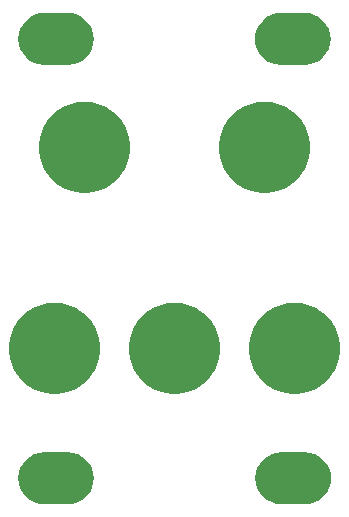
<source format=gbr>
G04 #@! TF.GenerationSoftware,KiCad,Pcbnew,(5.0.1)-4*
G04 #@! TF.CreationDate,2019-02-24T02:38:56+01:00*
G04 #@! TF.ProjectId,1U Rim Panel,31552052696D2050616E656C2E6B6963,rev?*
G04 #@! TF.SameCoordinates,Original*
G04 #@! TF.FileFunction,Soldermask,Top*
G04 #@! TF.FilePolarity,Negative*
%FSLAX46Y46*%
G04 Gerber Fmt 4.6, Leading zero omitted, Abs format (unit mm)*
G04 Created by KiCad (PCBNEW (5.0.1)-4) date 2/24/2019 2:38:56 AM*
%MOMM*%
%LPD*%
G01*
G04 APERTURE LIST*
%ADD10C,0.100000*%
G04 APERTURE END LIST*
D10*
G36*
X33346199Y-60623871D02*
X33758904Y-60749064D01*
X34139255Y-60952366D01*
X34472635Y-61225964D01*
X34746233Y-61559344D01*
X34949535Y-61939695D01*
X35074728Y-62352400D01*
X35117000Y-62781599D01*
X35117000Y-62781601D01*
X35074728Y-63210800D01*
X34949535Y-63623505D01*
X34746233Y-64003856D01*
X34472635Y-64337236D01*
X34139255Y-64610834D01*
X33758904Y-64814136D01*
X33346199Y-64939329D01*
X32917000Y-64981601D01*
X30917000Y-64981601D01*
X30487801Y-64939329D01*
X30075096Y-64814136D01*
X29694745Y-64610834D01*
X29361365Y-64337236D01*
X29087767Y-64003856D01*
X28884465Y-63623505D01*
X28759272Y-63210800D01*
X28717000Y-62781601D01*
X28717000Y-62781599D01*
X28759272Y-62352400D01*
X28884465Y-61939695D01*
X29087767Y-61559344D01*
X29361365Y-61225964D01*
X29694745Y-60952366D01*
X30075096Y-60749064D01*
X30487801Y-60623871D01*
X30917000Y-60581599D01*
X32917000Y-60581599D01*
X33346199Y-60623871D01*
X33346199Y-60623871D01*
G37*
G36*
X53426199Y-60623871D02*
X53838904Y-60749064D01*
X54219255Y-60952366D01*
X54552635Y-61225964D01*
X54826233Y-61559344D01*
X55029535Y-61939695D01*
X55154728Y-62352400D01*
X55197000Y-62781599D01*
X55197000Y-62781601D01*
X55154728Y-63210800D01*
X55029535Y-63623505D01*
X54826233Y-64003856D01*
X54552635Y-64337236D01*
X54219255Y-64610834D01*
X53838904Y-64814136D01*
X53426199Y-64939329D01*
X52997000Y-64981601D01*
X50997000Y-64981601D01*
X50567801Y-64939329D01*
X50155096Y-64814136D01*
X49774745Y-64610834D01*
X49441365Y-64337236D01*
X49167767Y-64003856D01*
X48964465Y-63623505D01*
X48839272Y-63210800D01*
X48797000Y-62781601D01*
X48797000Y-62781599D01*
X48839272Y-62352400D01*
X48964465Y-61939695D01*
X49167767Y-61559344D01*
X49441365Y-61225964D01*
X49774745Y-60952366D01*
X50155096Y-60749064D01*
X50567801Y-60623871D01*
X50997000Y-60581599D01*
X52997000Y-60581599D01*
X53426199Y-60623871D01*
X53426199Y-60623871D01*
G37*
G36*
X52656745Y-47973188D02*
X53214604Y-48084153D01*
X53915259Y-48374374D01*
X54545832Y-48795709D01*
X55082091Y-49331968D01*
X55503426Y-49962541D01*
X55793647Y-50663196D01*
X55941600Y-51407008D01*
X55941600Y-52165392D01*
X55793647Y-52909204D01*
X55503426Y-53609859D01*
X55082091Y-54240432D01*
X54545832Y-54776691D01*
X53915259Y-55198026D01*
X53214604Y-55488247D01*
X52656745Y-55599212D01*
X52470793Y-55636200D01*
X51712407Y-55636200D01*
X51526455Y-55599212D01*
X50968596Y-55488247D01*
X50267941Y-55198026D01*
X49637368Y-54776691D01*
X49101109Y-54240432D01*
X48679774Y-53609859D01*
X48389553Y-52909204D01*
X48241600Y-52165392D01*
X48241600Y-51407008D01*
X48389553Y-50663196D01*
X48679774Y-49962541D01*
X49101109Y-49331968D01*
X49637368Y-48795709D01*
X50267941Y-48374374D01*
X50968596Y-48084153D01*
X51526455Y-47973188D01*
X51712407Y-47936200D01*
X52470793Y-47936200D01*
X52656745Y-47973188D01*
X52656745Y-47973188D01*
G37*
G36*
X32336745Y-47973188D02*
X32894604Y-48084153D01*
X33595259Y-48374374D01*
X34225832Y-48795709D01*
X34762091Y-49331968D01*
X35183426Y-49962541D01*
X35473647Y-50663196D01*
X35621600Y-51407008D01*
X35621600Y-52165392D01*
X35473647Y-52909204D01*
X35183426Y-53609859D01*
X34762091Y-54240432D01*
X34225832Y-54776691D01*
X33595259Y-55198026D01*
X32894604Y-55488247D01*
X32336745Y-55599212D01*
X32150793Y-55636200D01*
X31392407Y-55636200D01*
X31206455Y-55599212D01*
X30648596Y-55488247D01*
X29947941Y-55198026D01*
X29317368Y-54776691D01*
X28781109Y-54240432D01*
X28359774Y-53609859D01*
X28069553Y-52909204D01*
X27921600Y-52165392D01*
X27921600Y-51407008D01*
X28069553Y-50663196D01*
X28359774Y-49962541D01*
X28781109Y-49331968D01*
X29317368Y-48795709D01*
X29947941Y-48374374D01*
X30648596Y-48084153D01*
X31206455Y-47973188D01*
X31392407Y-47936200D01*
X32150793Y-47936200D01*
X32336745Y-47973188D01*
X32336745Y-47973188D01*
G37*
G36*
X42496745Y-47973188D02*
X43054604Y-48084153D01*
X43755259Y-48374374D01*
X44385832Y-48795709D01*
X44922091Y-49331968D01*
X45343426Y-49962541D01*
X45633647Y-50663196D01*
X45781600Y-51407008D01*
X45781600Y-52165392D01*
X45633647Y-52909204D01*
X45343426Y-53609859D01*
X44922091Y-54240432D01*
X44385832Y-54776691D01*
X43755259Y-55198026D01*
X43054604Y-55488247D01*
X42496745Y-55599212D01*
X42310793Y-55636200D01*
X41552407Y-55636200D01*
X41366455Y-55599212D01*
X40808596Y-55488247D01*
X40107941Y-55198026D01*
X39477368Y-54776691D01*
X38941109Y-54240432D01*
X38519774Y-53609859D01*
X38229553Y-52909204D01*
X38081600Y-52165392D01*
X38081600Y-51407008D01*
X38229553Y-50663196D01*
X38519774Y-49962541D01*
X38941109Y-49331968D01*
X39477368Y-48795709D01*
X40107941Y-48374374D01*
X40808596Y-48084153D01*
X41366455Y-47973188D01*
X41552407Y-47936200D01*
X42310793Y-47936200D01*
X42496745Y-47973188D01*
X42496745Y-47973188D01*
G37*
G36*
X34876745Y-30955188D02*
X35434604Y-31066153D01*
X36135259Y-31356374D01*
X36765832Y-31777709D01*
X37302091Y-32313968D01*
X37723426Y-32944541D01*
X38013647Y-33645196D01*
X38161600Y-34389008D01*
X38161600Y-35147392D01*
X38013647Y-35891204D01*
X37723426Y-36591859D01*
X37302091Y-37222432D01*
X36765832Y-37758691D01*
X36135259Y-38180026D01*
X35434604Y-38470247D01*
X34876745Y-38581212D01*
X34690793Y-38618200D01*
X33932407Y-38618200D01*
X33746455Y-38581212D01*
X33188596Y-38470247D01*
X32487941Y-38180026D01*
X31857368Y-37758691D01*
X31321109Y-37222432D01*
X30899774Y-36591859D01*
X30609553Y-35891204D01*
X30461600Y-35147392D01*
X30461600Y-34389008D01*
X30609553Y-33645196D01*
X30899774Y-32944541D01*
X31321109Y-32313968D01*
X31857368Y-31777709D01*
X32487941Y-31356374D01*
X33188596Y-31066153D01*
X33746455Y-30955188D01*
X33932407Y-30918200D01*
X34690793Y-30918200D01*
X34876745Y-30955188D01*
X34876745Y-30955188D01*
G37*
G36*
X50116745Y-30955188D02*
X50674604Y-31066153D01*
X51375259Y-31356374D01*
X52005832Y-31777709D01*
X52542091Y-32313968D01*
X52963426Y-32944541D01*
X53253647Y-33645196D01*
X53401600Y-34389008D01*
X53401600Y-35147392D01*
X53253647Y-35891204D01*
X52963426Y-36591859D01*
X52542091Y-37222432D01*
X52005832Y-37758691D01*
X51375259Y-38180026D01*
X50674604Y-38470247D01*
X50116745Y-38581212D01*
X49930793Y-38618200D01*
X49172407Y-38618200D01*
X48986455Y-38581212D01*
X48428596Y-38470247D01*
X47727941Y-38180026D01*
X47097368Y-37758691D01*
X46561109Y-37222432D01*
X46139774Y-36591859D01*
X45849553Y-35891204D01*
X45701600Y-35147392D01*
X45701600Y-34389008D01*
X45849553Y-33645196D01*
X46139774Y-32944541D01*
X46561109Y-32313968D01*
X47097368Y-31777709D01*
X47727941Y-31356374D01*
X48428596Y-31066153D01*
X48986455Y-30955188D01*
X49172407Y-30918200D01*
X49930793Y-30918200D01*
X50116745Y-30955188D01*
X50116745Y-30955188D01*
G37*
G36*
X53382199Y-23443871D02*
X53794904Y-23569064D01*
X54175255Y-23772366D01*
X54508635Y-24045964D01*
X54782233Y-24379344D01*
X54985535Y-24759695D01*
X55110728Y-25172400D01*
X55153000Y-25601599D01*
X55153000Y-25601601D01*
X55110728Y-26030800D01*
X54985535Y-26443505D01*
X54782233Y-26823856D01*
X54508635Y-27157236D01*
X54175255Y-27430834D01*
X53794904Y-27634136D01*
X53382199Y-27759329D01*
X52953000Y-27801601D01*
X50953000Y-27801601D01*
X50523801Y-27759329D01*
X50111096Y-27634136D01*
X49730745Y-27430834D01*
X49397365Y-27157236D01*
X49123767Y-26823856D01*
X48920465Y-26443505D01*
X48795272Y-26030800D01*
X48753000Y-25601601D01*
X48753000Y-25601599D01*
X48795272Y-25172400D01*
X48920465Y-24759695D01*
X49123767Y-24379344D01*
X49397365Y-24045964D01*
X49730745Y-23772366D01*
X50111096Y-23569064D01*
X50523801Y-23443871D01*
X50953000Y-23401599D01*
X52953000Y-23401599D01*
X53382199Y-23443871D01*
X53382199Y-23443871D01*
G37*
G36*
X33346199Y-23443871D02*
X33758904Y-23569064D01*
X34139255Y-23772366D01*
X34472635Y-24045964D01*
X34746233Y-24379344D01*
X34949535Y-24759695D01*
X35074728Y-25172400D01*
X35117000Y-25601599D01*
X35117000Y-25601601D01*
X35074728Y-26030800D01*
X34949535Y-26443505D01*
X34746233Y-26823856D01*
X34472635Y-27157236D01*
X34139255Y-27430834D01*
X33758904Y-27634136D01*
X33346199Y-27759329D01*
X32917000Y-27801601D01*
X30917000Y-27801601D01*
X30487801Y-27759329D01*
X30075096Y-27634136D01*
X29694745Y-27430834D01*
X29361365Y-27157236D01*
X29087767Y-26823856D01*
X28884465Y-26443505D01*
X28759272Y-26030800D01*
X28717000Y-25601601D01*
X28717000Y-25601599D01*
X28759272Y-25172400D01*
X28884465Y-24759695D01*
X29087767Y-24379344D01*
X29361365Y-24045964D01*
X29694745Y-23772366D01*
X30075096Y-23569064D01*
X30487801Y-23443871D01*
X30917000Y-23401599D01*
X32917000Y-23401599D01*
X33346199Y-23443871D01*
X33346199Y-23443871D01*
G37*
M02*

</source>
